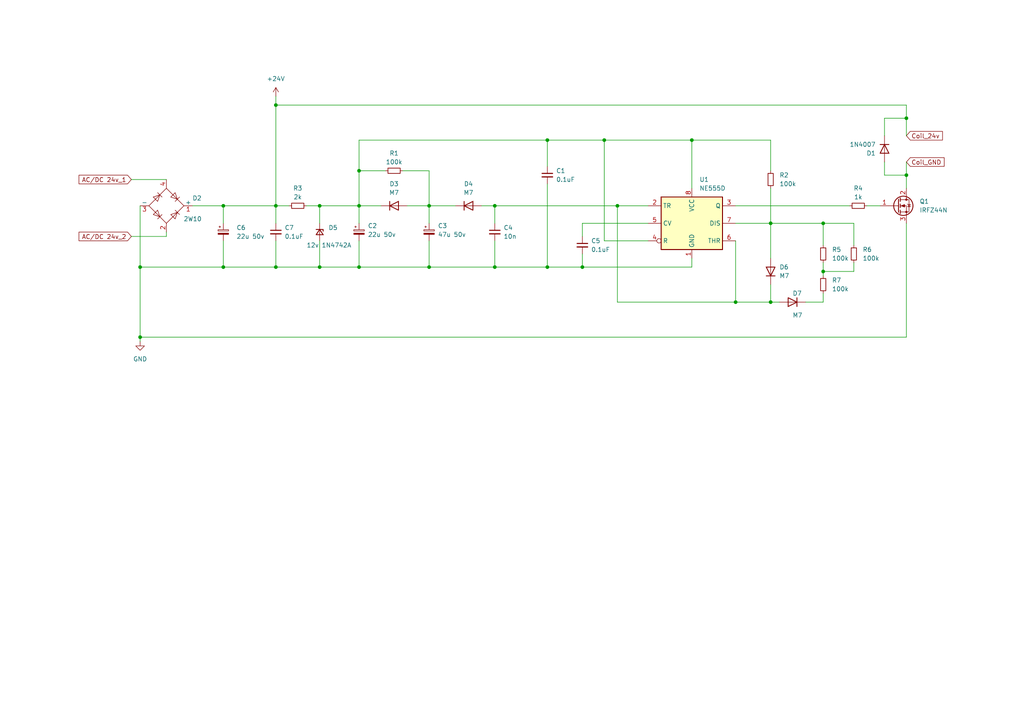
<source format=kicad_sch>
(kicad_sch (version 20230121) (generator eeschema)
  (paper "A4")
  (lib_symbols
    (symbol "Device:C_Polarized_Small" (pin_numbers hide) (pin_names (offset 0.254) hide)
      (property "Reference" "C" (at 0.254 1.778 0))
      (property "Value" "C_Polarized_Small" (at 0.254 -2.032 0))
      (symbol "C_Polarized_Small_0_1"
        (rectangle (start -1.524 -0.3048) (end 1.524 -0.6858) (fill (type outline)))
        (rectangle (start -1.524 0.6858) (end 1.524 0.3048))
        (polyline (pts (xy -1.27 1.524) (xy -0.762 1.524)))
        (polyline (pts (xy -1.016 1.27) (xy -1.016 1.778)))
      )
      (symbol "C_Polarized_Small_1_1"
        (pin passive line (at 0 2.54 270) (length 1.8542) (name "~") (number "1"))
        (pin passive line (at 0 -2.54 90) (length 1.8542) (name "~") (number "2"))
      )
    )
    (symbol "Device:C_Small" (pin_numbers hide) (pin_names (offset 0.254) hide)
      (property "Reference" "C" (at 0.254 1.778 0))
      (property "Value" "C_Small" (at 0.254 -2.032 0))
      (symbol "C_Small_0_1"
        (polyline (pts (xy -1.524 -0.508) (xy 1.524 -0.508)) (stroke (width 0.3302)))
        (polyline (pts (xy -1.524 0.508) (xy 1.524 0.508)) (stroke (width 0.3048)))
      )
      (symbol "C_Small_1_1"
        (pin passive line (at 0 2.54 270) (length 2.032) (name "~") (number "1"))
        (pin passive line (at 0 -2.54 90) (length 2.032) (name "~") (number "2"))
      )
    )
    (symbol "Device:D_Zener_Small" (pin_numbers hide) (pin_names (offset 0.254) hide)
      (property "Reference" "D" (at 0 2.286 0))
      (property "Value" "D_Zener_Small" (at 0 -2.286 0))
      (symbol "D_Zener_Small_0_1"
        (polyline (pts (xy 0.762 0) (xy -0.762 0)))
        (polyline (pts (xy -0.254 1.016) (xy -0.762 1.016) (xy -0.762 -1.016)) (stroke (width 0.254)))
        (polyline (pts (xy 0.762 1.016) (xy -0.762 0) (xy 0.762 -1.016) (xy 0.762 1.016)) (stroke (width 0.254)))
      )
      (symbol "D_Zener_Small_1_1"
        (pin passive line (at -2.54 0 0) (length 1.778) (name "K") (number "1"))
        (pin passive line (at 2.54 0 180) (length 1.778) (name "A") (number "2"))
      )
    )
    (symbol "Device:R_Small" (pin_numbers hide) (pin_names (offset 0.254) hide)
      (property "Reference" "R" (at 0.762 0.508 0))
      (property "Value" "R_Small" (at 0.762 -1.016 0))
      (symbol "R_Small_0_1"
        (rectangle (start -0.762 1.778) (end 0.762 -1.778) (stroke (width 0.2032)))
      )
      (symbol "R_Small_1_1"
        (pin passive line (at 0 2.54 270) (length 0.762) (name "~") (number "1"))
        (pin passive line (at 0 -2.54 90) (length 0.762) (name "~") (number "2"))
      )
    )
    (symbol "Diode:1N4001" (pin_numbers hide) (pin_names hide)
      (property "Reference" "D" (at 0 2.54 0))
      (property "Value" "1N4001" (at 0 -2.54 0))
      (symbol "1N4001_0_1"
        (polyline (pts (xy -1.27 1.27) (xy -1.27 -1.27)) (stroke (width 0.254)))
        (polyline (pts (xy 1.27 0) (xy -1.27 0)))
        (polyline (pts (xy 1.27 1.27) (xy 1.27 -1.27) (xy -1.27 0) (xy 1.27 1.27)) (stroke (width 0.254)))
      )
      (symbol "1N4001_1_1"
        (pin passive line (at -3.81 0 0) (length 2.54) (name "K") (number "1"))
        (pin passive line (at 3.81 0 180) (length 2.54) (name "A") (number "2"))
      )
    )
    (symbol "Diode_Bridge:B80R" (pin_names (offset 0))
      (property "Reference" "D" (at 2.54 6.985 0))
      (property "Value" "B80R" (at 2.54 5.08 0))
      (symbol "B80R_0_1"
        (polyline (pts (xy -2.54 3.81) (xy -1.27 2.54)))
        (polyline (pts (xy -1.27 -2.54) (xy -2.54 -3.81)))
        (polyline (pts (xy 2.54 -1.27) (xy 3.81 -2.54)))
        (polyline (pts (xy 2.54 1.27) (xy 3.81 2.54)))
        (polyline (pts (xy -3.81 2.54) (xy -2.54 1.27) (xy -1.905 3.175) (xy -3.81 2.54)))
        (polyline (pts (xy -2.54 -1.27) (xy -3.81 -2.54) (xy -1.905 -3.175) (xy -2.54 -1.27)))
        (polyline (pts (xy 1.27 2.54) (xy 2.54 3.81) (xy 3.175 1.905) (xy 1.27 2.54)))
        (polyline (pts (xy 3.175 -1.905) (xy 1.27 -2.54) (xy 2.54 -3.81) (xy 3.175 -1.905)))
        (polyline (pts (xy -5.08 0) (xy 0 -5.08) (xy 5.08 0) (xy 0 5.08) (xy -5.08 0)))
      )
      (symbol "B80R_1_1"
        (pin passive line (at 7.62 0 180) (length 2.54) (name "+") (number "1"))
        (pin passive line (at 0 -7.62 90) (length 2.54) (name "~") (number "2"))
        (pin passive line (at -7.62 0 0) (length 2.54) (name "-") (number "3"))
        (pin passive line (at 0 7.62 270) (length 2.54) (name "~") (number "4"))
      )
    )
    (symbol "Timer:NE555D"
      (property "Reference" "U" (at -10.16 8.89 0))
      (property "Value" "NE555D" (at 2.54 8.89 0))
      (symbol "NE555D_0_0"
        (pin power_in line (at 0 -10.16 90) (length 2.54) (name "GND") (number "1"))
        (pin power_in line (at 0 10.16 270) (length 2.54) (name "VCC") (number "8"))
      )
      (symbol "NE555D_0_1"
        (rectangle (start -8.89 -7.62) (end 8.89 7.62) (stroke (width 0.254)) (fill (type background)))
        (rectangle (start -8.89 -7.62) (end 8.89 7.62) (stroke (width 0.254)) (fill (type background)))
      )
      (symbol "NE555D_1_1"
        (pin input line (at -12.7 5.08 0) (length 3.81) (name "TR") (number "2"))
        (pin output line (at 12.7 5.08 180) (length 3.81) (name "Q") (number "3"))
        (pin input inverted (at -12.7 -5.08 0) (length 3.81) (name "R") (number "4"))
        (pin input line (at -12.7 0 0) (length 3.81) (name "CV") (number "5"))
        (pin input line (at 12.7 -5.08 180) (length 3.81) (name "THR") (number "6"))
        (pin input line (at 12.7 0 180) (length 3.81) (name "DIS") (number "7"))
      )
    )
    (symbol "Transistor_FET:IRF540N" (pin_names hide)
      (property "Reference" "Q" (at 6.35 1.905 0))
      (property "Value" "IRF540N" (at 6.35 0 0))
      (symbol "IRF540N_0_1"
        (polyline (pts (xy 0.254 0) (xy -2.54 0)))
        (polyline (pts (xy 0.254 1.905) (xy 0.254 -1.905)) (stroke (width 0.254)))
        (polyline (pts (xy 0.762 -1.27) (xy 0.762 -2.286)) (stroke (width 0.254)))
        (polyline (pts (xy 0.762 0.508) (xy 0.762 -0.508)) (stroke (width 0.254)))
        (polyline (pts (xy 0.762 2.286) (xy 0.762 1.27)) (stroke (width 0.254)))
        (polyline (pts (xy 2.54 2.54) (xy 2.54 1.778)))
        (polyline (pts (xy 2.54 -2.54) (xy 2.54 0) (xy 0.762 0)))
        (polyline (pts (xy 0.762 -1.778) (xy 3.302 -1.778) (xy 3.302 1.778) (xy 0.762 1.778)))
        (polyline (pts (xy 1.016 0) (xy 2.032 0.381) (xy 2.032 -0.381) (xy 1.016 0)) (fill (type outline)))
        (polyline (pts (xy 2.794 0.508) (xy 2.921 0.381) (xy 3.683 0.381) (xy 3.81 0.254)))
        (polyline (pts (xy 3.302 0.381) (xy 2.921 -0.254) (xy 3.683 -0.254) (xy 3.302 0.381)))
        (circle (center 1.651 0) (radius 2.794) (stroke (width 0.254)))
        (circle (center 2.54 -1.778) (radius 0.254) (fill (type outline)))
        (circle (center 2.54 1.778) (radius 0.254) (fill (type outline)))
      )
      (symbol "IRF540N_1_1"
        (pin input line (at -5.08 0 0) (length 2.54) (name "G") (number "1"))
        (pin passive line (at 2.54 5.08 270) (length 2.54) (name "D") (number "2"))
        (pin passive line (at 2.54 -5.08 90) (length 2.54) (name "S") (number "3"))
      )
    )
    (symbol "power:+24V" (power) (pin_names (offset 0))
      (property "Value" "+24V" (at 0 3.556 0))
      (symbol "+24V_0_1"
        (polyline (pts (xy -0.762 1.27) (xy 0 2.54)))
        (polyline (pts (xy 0 0) (xy 0 2.54)))
        (polyline (pts (xy 0 2.54) (xy 0.762 1.27)))
      )
      (symbol "+24V_1_1"
        (pin power_in line (at 0 0 90) (length 0) hide (name "+24V") (number "1"))
      )
    )
    (symbol "power:GND" (power) (pin_names (offset 0))
      (property "Value" "GND" (at 0 -3.81 0))
      (symbol "GND_0_1"
        (polyline (pts (xy 0 0) (xy 0 -1.27) (xy 1.27 -1.27) (xy 0 -2.54) (xy -1.27 -1.27) (xy 0 -1.27)))
      )
      (symbol "GND_1_1"
        (pin power_in line (at 0 0 270) (length 0) hide (name "GND") (number "1"))
      )
    )
  )
  (junction (at 92.71 77.47))
  (junction (at 213.36 87.63))
  (junction (at 124.46 59.69))
  (junction (at 64.77 77.47))
  (junction (at 158.75 40.64))
  (junction (at 124.46 77.47))
  (junction (at 80.01 30.48))
  (junction (at 175.26 40.64))
  (junction (at 238.76 64.77))
  (junction (at 40.64 97.79))
  (junction (at 143.51 77.47))
  (junction (at 179.07 59.69))
  (junction (at 223.52 64.77))
  (junction (at 223.52 87.63))
  (junction (at 40.64 77.47))
  (junction (at 80.01 77.47))
  (junction (at 238.76 78.74))
  (junction (at 104.14 49.53))
  (junction (at 168.91 77.47))
  (junction (at 80.01 59.69))
  (junction (at 262.89 50.8))
  (junction (at 262.89 34.29))
  (junction (at 200.66 40.64))
  (junction (at 92.71 59.69))
  (junction (at 104.14 59.69))
  (junction (at 143.51 59.69))
  (junction (at 158.75 77.47))
  (junction (at 104.14 77.47))
  (junction (at 64.77 59.69))
  (wire (pts (xy 116.84 49.53) (xy 124.46 49.53)))
  (wire (pts (xy 179.07 59.69) (xy 187.96 59.69)))
  (wire (pts (xy 213.36 87.63) (xy 213.36 69.85)))
  (wire (pts (xy 80.01 30.48) (xy 262.89 30.48)))
  (wire (pts (xy 124.46 77.47) (xy 143.51 77.47)))
  (wire (pts (xy 38.1 52.07) (xy 48.26 52.07)))
  (wire (pts (xy 262.89 50.8) (xy 262.89 54.61)))
  (wire (pts (xy 168.91 73.66) (xy 168.91 77.47)))
  (wire (pts (xy 238.76 64.77) (xy 247.65 64.77)))
  (wire (pts (xy 104.14 59.69) (xy 104.14 49.53)))
  (wire (pts (xy 80.01 59.69) (xy 80.01 30.48)))
  (wire (pts (xy 143.51 59.69) (xy 143.51 64.77)))
  (wire (pts (xy 262.89 34.29) (xy 262.89 39.37)))
  (wire (pts (xy 223.52 64.77) (xy 223.52 54.61)))
  (wire (pts (xy 104.14 49.53) (xy 104.14 40.64)))
  (wire (pts (xy 247.65 78.74) (xy 247.65 76.2)))
  (wire (pts (xy 40.64 77.47) (xy 64.77 77.47)))
  (wire (pts (xy 223.52 64.77) (xy 223.52 74.93)))
  (wire (pts (xy 124.46 77.47) (xy 124.46 69.85)))
  (wire (pts (xy 124.46 59.69) (xy 118.11 59.69)))
  (wire (pts (xy 143.51 69.85) (xy 143.51 77.47)))
  (wire (pts (xy 213.36 64.77) (xy 223.52 64.77)))
  (wire (pts (xy 179.07 87.63) (xy 179.07 59.69)))
  (wire (pts (xy 40.64 59.69) (xy 40.64 77.47)))
  (wire (pts (xy 143.51 59.69) (xy 179.07 59.69)))
  (wire (pts (xy 40.64 97.79) (xy 40.64 99.06)))
  (wire (pts (xy 80.01 69.85) (xy 80.01 77.47)))
  (wire (pts (xy 80.01 59.69) (xy 83.82 59.69)))
  (wire (pts (xy 187.96 69.85) (xy 175.26 69.85)))
  (wire (pts (xy 168.91 77.47) (xy 200.66 77.47)))
  (wire (pts (xy 226.06 87.63) (xy 223.52 87.63)))
  (wire (pts (xy 104.14 69.85) (xy 104.14 77.47)))
  (wire (pts (xy 256.54 39.37) (xy 256.54 34.29)))
  (wire (pts (xy 238.76 87.63) (xy 238.76 85.09)))
  (wire (pts (xy 92.71 59.69) (xy 92.71 64.77)))
  (wire (pts (xy 238.76 76.2) (xy 238.76 78.74)))
  (wire (pts (xy 64.77 59.69) (xy 80.01 59.69)))
  (wire (pts (xy 158.75 40.64) (xy 158.75 48.26)))
  (wire (pts (xy 158.75 53.34) (xy 158.75 77.47)))
  (wire (pts (xy 143.51 77.47) (xy 158.75 77.47)))
  (wire (pts (xy 48.26 68.58) (xy 48.26 67.31)))
  (wire (pts (xy 124.46 49.53) (xy 124.46 59.69)))
  (wire (pts (xy 55.88 59.69) (xy 64.77 59.69)))
  (wire (pts (xy 139.7 59.69) (xy 143.51 59.69)))
  (wire (pts (xy 262.89 64.77) (xy 262.89 97.79)))
  (wire (pts (xy 200.66 40.64) (xy 200.66 54.61)))
  (wire (pts (xy 238.76 78.74) (xy 238.76 80.01)))
  (wire (pts (xy 124.46 64.77) (xy 124.46 59.69)))
  (wire (pts (xy 168.91 64.77) (xy 187.96 64.77)))
  (wire (pts (xy 223.52 87.63) (xy 213.36 87.63)))
  (wire (pts (xy 238.76 64.77) (xy 238.76 71.12)))
  (wire (pts (xy 104.14 59.69) (xy 110.49 59.69)))
  (wire (pts (xy 223.52 49.53) (xy 223.52 40.64)))
  (wire (pts (xy 104.14 59.69) (xy 104.14 64.77)))
  (wire (pts (xy 104.14 77.47) (xy 92.71 77.47)))
  (wire (pts (xy 104.14 49.53) (xy 111.76 49.53)))
  (wire (pts (xy 124.46 59.69) (xy 132.08 59.69)))
  (wire (pts (xy 256.54 50.8) (xy 256.54 46.99)))
  (wire (pts (xy 104.14 40.64) (xy 158.75 40.64)))
  (wire (pts (xy 213.36 87.63) (xy 179.07 87.63)))
  (wire (pts (xy 247.65 64.77) (xy 247.65 71.12)))
  (wire (pts (xy 238.76 64.77) (xy 223.52 64.77)))
  (wire (pts (xy 64.77 77.47) (xy 80.01 77.47)))
  (wire (pts (xy 158.75 40.64) (xy 175.26 40.64)))
  (wire (pts (xy 223.52 87.63) (xy 223.52 82.55)))
  (wire (pts (xy 213.36 59.69) (xy 246.38 59.69)))
  (wire (pts (xy 168.91 68.58) (xy 168.91 64.77)))
  (wire (pts (xy 158.75 77.47) (xy 168.91 77.47)))
  (wire (pts (xy 238.76 78.74) (xy 247.65 78.74)))
  (wire (pts (xy 92.71 59.69) (xy 104.14 59.69)))
  (wire (pts (xy 262.89 50.8) (xy 256.54 50.8)))
  (wire (pts (xy 223.52 40.64) (xy 200.66 40.64)))
  (wire (pts (xy 40.64 97.79) (xy 40.64 77.47)))
  (wire (pts (xy 40.64 97.79) (xy 262.89 97.79)))
  (wire (pts (xy 92.71 77.47) (xy 92.71 69.85)))
  (wire (pts (xy 233.68 87.63) (xy 238.76 87.63)))
  (wire (pts (xy 80.01 77.47) (xy 92.71 77.47)))
  (wire (pts (xy 175.26 69.85) (xy 175.26 40.64)))
  (wire (pts (xy 256.54 34.29) (xy 262.89 34.29)))
  (wire (pts (xy 64.77 69.85) (xy 64.77 77.47)))
  (wire (pts (xy 64.77 59.69) (xy 64.77 64.77)))
  (wire (pts (xy 88.9 59.69) (xy 92.71 59.69)))
  (wire (pts (xy 80.01 27.94) (xy 80.01 30.48)))
  (wire (pts (xy 200.66 77.47) (xy 200.66 74.93)))
  (wire (pts (xy 251.46 59.69) (xy 255.27 59.69)))
  (wire (pts (xy 262.89 46.99) (xy 262.89 50.8)))
  (wire (pts (xy 175.26 40.64) (xy 200.66 40.64)))
  (wire (pts (xy 262.89 30.48) (xy 262.89 34.29)))
  (wire (pts (xy 80.01 59.69) (xy 80.01 64.77)))
  (wire (pts (xy 38.1 68.58) (xy 48.26 68.58)))
  (wire (pts (xy 104.14 77.47) (xy 124.46 77.47)))
  (global_label "AC{slash}DC 24v_1" (shape input) (at 38.1 52.07 180) (property "Intersheetrefs" "${INTERSHEET_REFS}" (effects hide)))
  (global_label "Coil_24v" (shape input) (at 262.89 39.37 0) (property "Intersheetrefs" "${INTERSHEET_REFS}" (effects hide)))
  (global_label "AC{slash}DC 24v_2" (shape input) (at 38.1 68.58 180) (property "Intersheetrefs" "${INTERSHEET_REFS}" (effects hide)))
  (global_label "Coil_GND" (shape input) (at 262.89 46.99 0) (property "Intersheetrefs" "${INTERSHEET_REFS}" (effects hide)))
  (symbol (lib_id "Device:C_Small") (at 143.51 67.31 0) (unit 1)
    (property "Reference" "C4" (at 146.05 66.0463 0) (effects (justify left)))
    (property "Value" "10n" (at 146.05 68.5863 0) (effects (justify left)))
    (property "Footprint" "Capacitor_SMD:C_0805_2012Metric" (effects hide))
  )
  (symbol (lib_id "Device:R_Small") (at 114.3 49.53 90) (unit 1)
    (property "Reference" "R1" (at 114.3 44.45 90))
    (property "Value" "100k" (at 114.3 46.99 90))
    (property "Footprint" "Resistor_SMD:R_0805_2012Metric" (effects hide))
  )
  (symbol (lib_id "Device:C_Small") (at 158.75 50.8 0) (unit 1)
    (property "Reference" "C1" (at 161.29 49.5363 0) (effects (justify left)))
    (property "Value" "0.1uF" (at 161.29 52.0763 0) (effects (justify left)))
    (property "Footprint" "Capacitor_SMD:C_0805_2012Metric" (effects hide))
  )
  (symbol (lib_id "Diode_Bridge:B80R") (at 48.26 59.69 0) (unit 1)
    (property "Reference" "D2" (at 57.15 57.4741 0))
    (property "Value" "2W10" (at 55.88 63.5 0))
    (property "Footprint" "Diode_THT:Diode_Bridge_Round_D9.0mm" (effects hide))
    (property "Datasheet" "https://diotec.com/tl_files/diotec/files/pdf/datasheets/b40r.pdf" (effects hide))
  )
  (symbol (lib_id "Device:C_Polarized_Small") (at 104.14 67.31 0) (unit 1)
    (property "Reference" "C2" (at 106.68 65.4939 0) (effects (justify left)))
    (property "Value" "22u 50v" (at 106.68 68.0339 0) (effects (justify left)))
    (property "Footprint" "Capacitor_THT:CP_Radial_D6.3mm_P2.50mm" (effects hide))
  )
  (symbol (lib_id "Device:R_Small") (at 238.76 82.55 0) (unit 1)
    (property "Reference" "R7" (at 241.3 81.28 0) (effects (justify left)))
    (property "Value" "100k" (at 241.3 83.82 0) (effects (justify left)))
    (property "Footprint" "Resistor_SMD:R_0805_2012Metric" (effects hide))
  )
  (symbol (lib_id "Device:D_Zener_Small") (at 92.71 67.31 270) (unit 1)
    (property "Reference" "D5" (at 95.25 66.04 90) (effects (justify left)))
    (property "Value" "12v 1N4742A" (at 88.9 71.12 90) (effects (justify left)))
    (property "Footprint" "Diode_THT:D_DO-41_SOD81_P2.54mm_Vertical_KathodeUp" (effects hide))
  )
  (symbol (lib_id "Device:R_Small") (at 248.92 59.69 90) (unit 1)
    (property "Reference" "R4" (at 248.92 54.61 90))
    (property "Value" "1k" (at 248.92 57.15 90))
    (property "Footprint" "Resistor_SMD:R_0805_2012Metric" (effects hide))
  )
  (symbol (lib_id "Device:R_Small") (at 223.52 52.07 0) (unit 1)
    (property "Reference" "R2" (at 226.06 50.8 0) (effects (justify left)))
    (property "Value" "100k" (at 226.06 53.34 0) (effects (justify left)))
    (property "Footprint" "Resistor_SMD:R_0805_2012Metric" (effects hide))
  )
  (symbol (lib_id "power:+24V") (at 80.01 27.94 0) (unit 1)
    (property "Reference" "#PWR01" (effects hide))
    (property "Value" "+24V" (at 80.01 22.86 0))
  )
  (symbol (lib_id "Diode:1N4001") (at 114.3 59.69 0) (unit 1)
    (property "Reference" "D3" (at 114.3 53.34 0))
    (property "Value" "M7" (at 114.3 55.88 0))
    (property "Footprint" "Diode_SMD:D_SMA" (effects hide))
    (property "Datasheet" "http://www.vishay.com/docs/88503/1n4001.pdf" (effects hide))
    (property "Sim.Device" "D" (effects hide))
    (property "Sim.Pins" "1=K 2=A" (effects hide))
  )
  (symbol (lib_id "Device:C_Small") (at 168.91 71.12 0) (unit 1)
    (property "Reference" "C5" (at 171.45 69.8563 0) (effects (justify left)))
    (property "Value" "0.1uF" (at 171.45 72.3963 0) (effects (justify left)))
    (property "Footprint" "Capacitor_SMD:C_0805_2012Metric" (effects hide))
  )
  (symbol (lib_id "Device:C_Small") (at 80.01 67.31 0) (unit 1)
    (property "Reference" "C7" (at 82.55 66.0463 0) (effects (justify left)))
    (property "Value" "0.1uF" (at 82.55 68.5863 0) (effects (justify left)))
    (property "Footprint" "Capacitor_SMD:C_0805_2012Metric" (effects hide))
  )
  (symbol (lib_id "Device:C_Polarized_Small") (at 124.46 67.31 0) (unit 1)
    (property "Reference" "C3" (at 127 65.4939 0) (effects (justify left)))
    (property "Value" "47u 50v" (at 127 68.0339 0) (effects (justify left)))
    (property "Footprint" "Capacitor_THT:CP_Radial_D6.3mm_P2.50mm" (effects hide))
  )
  (symbol (lib_id "Device:R_Small") (at 238.76 73.66 0) (unit 1)
    (property "Reference" "R5" (at 241.3 72.39 0) (effects (justify left)))
    (property "Value" "100k" (at 241.3 74.93 0) (effects (justify left)))
    (property "Footprint" "Resistor_SMD:R_0805_2012Metric" (effects hide))
  )
  (symbol (lib_id "power:GND") (at 40.64 99.06 0) (unit 1)
    (property "Reference" "#PWR02" (effects hide))
    (property "Value" "GND" (at 40.64 104.14 0))
  )
  (symbol (lib_id "Timer:NE555D") (at 200.66 64.77 0) (unit 1)
    (property "Reference" "U1" (at 202.8541 52.07 0) (effects (justify left)))
    (property "Value" "NE555D" (at 202.8541 54.61 0) (effects (justify left)))
    (property "Footprint" "Package_SO:SOIC-8_3.9x4.9mm_P1.27mm" (effects hide))
    (property "Datasheet" "http://www.ti.com/lit/ds/symlink/ne555.pdf" (effects hide))
  )
  (symbol (lib_id "Diode:1N4001") (at 223.52 78.74 90) (unit 1)
    (property "Reference" "D6" (at 226.06 77.47 90) (effects (justify right)))
    (property "Value" "M7" (at 226.06 80.01 90) (effects (justify right)))
    (property "Footprint" "Diode_SMD:D_SMA" (effects hide))
    (property "Datasheet" "http://www.vishay.com/docs/88503/1n4001.pdf" (effects hide))
    (property "Sim.Device" "D" (effects hide))
    (property "Sim.Pins" "1=K 2=A" (effects hide))
  )
  (symbol (lib_id "Device:R_Small") (at 86.36 59.69 90) (unit 1)
    (property "Reference" "R3" (at 86.36 54.61 90))
    (property "Value" "2k" (at 86.36 57.15 90))
    (property "Footprint" "Resistor_SMD:R_0805_2012Metric" (effects hide))
  )
  (symbol (lib_id "Transistor_FET:IRF540N") (at 260.35 59.69 0) (unit 1)
    (property "Reference" "Q1" (at 266.7 58.42 0) (effects (justify left)))
    (property "Value" "IRFZ44N" (at 266.7 60.96 0) (effects (justify left)))
    (property "Footprint" "Package_TO_SOT_THT:TO-220-3_Vertical" (effects hide))
    (property "Datasheet" "http://www.irf.com/product-info/datasheets/data/irf540n.pdf" (effects hide))
  )
  (symbol (lib_id "Device:R_Small") (at 247.65 73.66 0) (unit 1)
    (property "Reference" "R6" (at 250.19 72.39 0) (effects (justify left)))
    (property "Value" "100k" (at 250.19 74.93 0) (effects (justify left)))
    (property "Footprint" "Resistor_SMD:R_0805_2012Metric" (effects hide))
  )
  (symbol (lib_id "Device:C_Polarized_Small") (at 64.77 67.31 0) (unit 1)
    (property "Reference" "C6" (at 68.58 66.04 0) (effects (justify left)))
    (property "Value" "22u 50v" (at 68.58 68.58 0) (effects (justify left)))
    (property "Footprint" "Capacitor_THT:CP_Radial_D6.3mm_P2.50mm" (effects hide))
  )
  (symbol (lib_id "Diode:1N4001") (at 135.89 59.69 0) (unit 1)
    (property "Reference" "D4" (at 135.89 53.34 0))
    (property "Value" "M7" (at 135.89 55.88 0))
    (property "Footprint" "Diode_SMD:D_SMA" (effects hide))
    (property "Datasheet" "http://www.vishay.com/docs/88503/1n4001.pdf" (effects hide))
    (property "Sim.Device" "D" (effects hide))
    (property "Sim.Pins" "1=K 2=A" (effects hide))
  )
  (symbol (lib_id "Diode:1N4001") (at 256.54 43.18 270) (unit 1)
    (property "Reference" "D1" (at 254 44.45 90) (effects (justify right)))
    (property "Value" "1N4007" (at 254 41.91 90) (effects (justify right)))
    (property "Footprint" "Diode_THT:D_DO-41_SOD81_P2.54mm_Vertical_KathodeUp" (effects hide))
    (property "Datasheet" "http://www.vishay.com/docs/88503/1n4001.pdf" (effects hide))
    (property "Sim.Device" "D" (effects hide))
    (property "Sim.Pins" "1=K 2=A" (effects hide))
  )
  (symbol (lib_id "Diode:1N4001") (at 229.87 87.63 180) (unit 1)
    (property "Reference" "D7" (at 229.87 85.09 0) (effects (justify right)))
    (property "Value" "M7" (at 229.87 91.44 0) (effects (justify right)))
    (property "Footprint" "Diode_SMD:D_SMA" (effects hide))
    (property "Datasheet" "http://www.vishay.com/docs/88503/1n4001.pdf" (effects hide))
    (property "Sim.Device" "D" (effects hide))
    (property "Sim.Pins" "1=K 2=A" (effects hide))
  )
)
</source>
